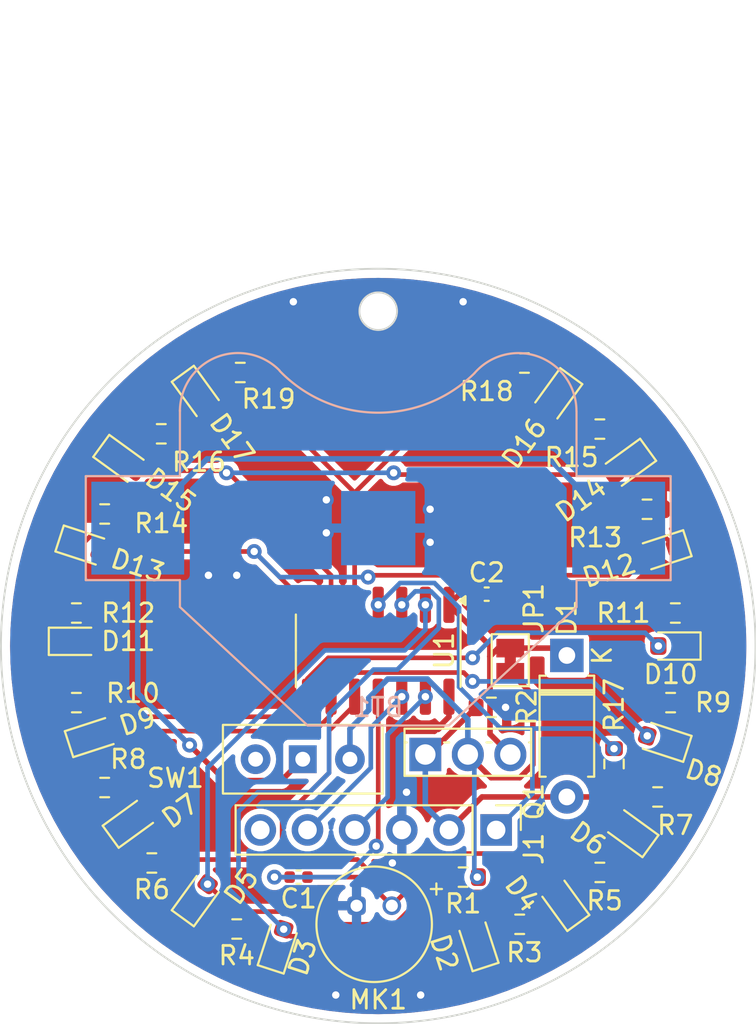
<source format=kicad_pcb>
(kicad_pcb (version 20221018) (generator pcbnew)
  (layers (0 "F.Cu" signal) (31 "B.Cu" signal) (34 "B.Paste" user) (35 "F.Paste" user) (36 "B.SilkS" user "B.Silkscreen") (37 "F.SilkS" user "F.Silkscreen") (38 "B.Mask" user) (39 "F.Mask" user) (44 "Edge.Cuts" user))
  (net 0 "")
  (net 1 "Net-(BT1-+)")
  (net 2 "GND")
  (net 3 "Net-(MK1-+)")
  (net 4 "/RA2")
  (net 5 "VCC")
  (net 6 "+5V")
  (net 7 "Net-(D2-K)")
  (net 8 "/RA4")
  (net 9 "Net-(D3-K)")
  (net 10 "Net-(D4-K)")
  (net 11 "/RA5")
  (net 12 "Net-(D5-K)")
  (net 13 "Net-(D6-K)")
  (net 14 "/RC0")
  (net 15 "Net-(D7-K)")
  (net 16 "Net-(D8-K)")
  (net 17 "/RC1")
  (net 18 "Net-(D9-K)")
  (net 19 "Net-(D10-K)")
  (net 20 "/RC2")
  (net 21 "Net-(D11-K)")
  (net 22 "Net-(D12-K)")
  (net 23 "/RC3")
  (net 24 "Net-(D13-K)")
  (net 25 "Net-(D14-K)")
  (net 26 "/RC4")
  (net 27 "Net-(D15-K)")
  (net 28 "Net-(D16-K)")
  (net 29 "/RC5")
  (net 30 "Net-(D17-K)")
  (net 31 "/~{CLR}")
  (net 32 "/PGD")
  (net 33 "/PGC")
  (net 35 "+3V0")
  (footprint "Resistor_SMD:R_0603_1608Metric" (layer "F.Cu") (at 134.874 80.01)
    (fp_text reference "R18" (at -2.032 1.524) (layer "F.SilkS"))
    (fp_text value "1k")
    (pad "1" smd roundrect (at -0.825 0) (size 0.8 0.95) (layers "F.Cu" "F.Paste" "F.Mask") (net 28 "Net-(D16-K)"))
    (pad "2" smd roundrect (at 0.825 0) (size 0.8 0.95) (layers "F.Cu" "F.Paste" "F.Mask") (net 2 "GND"))
  )
  (footprint "Connector_PinHeader_2.54mm:PinHeader_1x06_P2.54mm_Vertical" (layer "F.Cu") (at 133.35 105.156 -90)
    (fp_text reference "J1" (at 1.016 -2.032 -90) (layer "F.SilkS"))
    (fp_text value "Debug")
    (pad "1" thru_hole rect (at 0 0 270) (size 1.7 1.7) (drill 1) (layers "*.Cu" "*.Mask") (net 31 "/~{CLR}"))
    (pad "2" thru_hole oval (at 0 2.54 270) (size 1.7 1.7) (drill 1) (layers "*.Cu" "*.Mask") (net 6 "+5V"))
    (pad "3" thru_hole oval (at 0 5.08 270) (size 1.7 1.7) (drill 1) (layers "*.Cu" "*.Mask") (net 2 "GND"))
    (pad "4" thru_hole oval (at 0 7.62 270) (size 1.7 1.7) (drill 1) (layers "*.Cu" "*.Mask") (net 32 "/PGD"))
    (pad "5" thru_hole oval (at 0 10.16 270) (size 1.7 1.7) (drill 1) (layers "*.Cu" "*.Mask") (net 33 "/PGC"))
    (pad "6" thru_hole oval (at 0 12.7 270) (size 1.7 1.7) (drill 1) (layers "*.Cu" "*.Mask"))
  )
  (footprint "Resistor_SMD:R_0603_1608Metric" (layer "F.Cu") (at 134.62 110.236)
    (fp_text reference "R3" (at 0.254 1.524 180) (layer "F.SilkS"))
    (fp_text value "1k")
    (pad "1" smd roundrect (at -0.825 0) (size 0.8 0.95) (layers "F.Cu" "F.Paste" "F.Mask") (net 7 "Net-(D2-K)"))
    (pad "2" smd roundrect (at 0.825 0) (size 0.8 0.95) (layers "F.Cu" "F.Paste" "F.Mask") (net 2 "GND"))
  )
  (footprint "Diode_THT:D_A-405_P7.62mm_Horizontal" (layer "F.Cu") (at 137.16 95.758 -90)
    (fp_text reference "D1" (at -2.032 0 90) (layer "F.SilkS"))
    (fp_text value "D")
    (fp_text user "K" (at 0 -1.9 90) (layer "F.SilkS"))
    (pad "1" thru_hole rect (at 0 0 270) (size 1.8 1.8) (drill 0.9) (layers "*.Cu" "*.Mask") (net 5 "VCC"))
    (pad "2" thru_hole oval (at 7.62 0 270) (size 1.8 1.8) (drill 0.9) (layers "*.Cu" "*.Mask") (net 6 "+5V"))
  )
  (footprint "LED_SMD:LED_0603_1608Metric" (layer "F.Cu") (at 117.348 108.712 54)
    (fp_text reference "D5" (at 1.754658 1.550818 54) (layer "F.SilkS"))
    (fp_text value "LED")
    (pad "1" smd roundrect (at -0.7875 0 54) (size 0.875 0.95) (layers "F.Cu" "F.Paste" "F.Mask") (net 12 "Net-(D5-K)"))
    (pad "2" smd roundrect (at 0.7875 0 54) (size 0.875 0.95) (layers "F.Cu" "F.Paste" "F.Mask") (net 11 "/RA5"))
  )
  (footprint "LED_SMD:LED_0603_1608Metric" (layer "F.Cu") (at 142.24 90.17 -162)
    (fp_text reference "D12" (at 2.971213 -0.10288 18) (layer "F.SilkS"))
    (fp_text value "LED")
    (pad "1" smd roundrect (at -0.7875 0 198) (size 0.875 0.95) (layers "F.Cu" "F.Paste" "F.Mask") (net 22 "Net-(D12-K)"))
    (pad "2" smd roundrect (at 0.7875 0 198) (size 0.875 0.95) (layers "F.Cu" "F.Paste" "F.Mask") (net 23 "/RC3"))
  )
  (footprint "Resistor_SMD:R_0603_1608Metric" (layer "F.Cu") (at 119.38 110.49 180)
    (fp_text reference "R4" (at 0 -1.43) (layer "F.SilkS"))
    (fp_text value "1k")
    (pad "1" smd roundrect (at -0.825 0 180) (size 0.8 0.95) (layers "F.Cu" "F.Paste" "F.Mask") (net 9 "Net-(D3-K)"))
    (pad "2" smd roundrect (at 0.825 0 180) (size 0.8 0.95) (layers "F.Cu" "F.Paste" "F.Mask") (net 2 "GND"))
  )
  (footprint "LED_SMD:LED_0603_1608Metric" (layer "F.Cu") (at 142.875 95.25 180)
    (fp_text reference "D10" (at 0.127 -1.524) (layer "F.SilkS"))
    (fp_text value "LED")
    (pad "1" smd roundrect (at -0.7875 0 180) (size 0.875 0.95) (layers "F.Cu" "F.Paste" "F.Mask") (net 19 "Net-(D10-K)"))
    (pad "2" smd roundrect (at 0.7875 0 180) (size 0.875 0.95) (layers "F.Cu" "F.Paste" "F.Mask") (net 20 "/RC2"))
  )
  (footprint "LED_SMD:LED_0603_1608Metric" (layer "F.Cu") (at 132.323351 111.125 108)
    (fp_text reference "D2" (at -0.057779 -1.877076 108) (layer "F.SilkS"))
    (fp_text value "LED")
    (pad "1" smd roundrect (at -0.7875 0 108) (size 0.875 0.95) (layers "F.Cu" "F.Paste" "F.Mask") (net 7 "Net-(D2-K)"))
    (pad "2" smd roundrect (at 0.7875 0 108) (size 0.875 0.95) (layers "F.Cu" "F.Paste" "F.Mask") (net 8 "/RA4"))
  )
  (footprint "LED_SMD:LED_0603_1608Metric" (layer "F.Cu") (at 117.348 81.788 -54)
    (fp_text reference "D17" (at 2.894495 -0.094755 126) (layer "F.SilkS"))
    (fp_text value "LED")
    (pad "1" smd roundrect (at -0.7875 0 306) (size 0.875 0.95) (layers "F.Cu" "F.Paste" "F.Mask") (net 30 "Net-(D17-K)"))
    (pad "2" smd roundrect (at 0.7875 0 306) (size 0.875 0.95) (layers "F.Cu" "F.Paste" "F.Mask") (net 29 "/RC5"))
  )
  (footprint "Resistor_SMD:R_0603_1608Metric" (layer "F.Cu") (at 119.571 80.518 180)
    (fp_text reference "R19" (at -1.524 -1.43) (layer "F.SilkS"))
    (fp_text value "1k")
    (pad "1" smd roundrect (at -0.825 0 180) (size 0.8 0.95) (layers "F.Cu" "F.Paste" "F.Mask") (net 30 "Net-(D17-K)"))
    (pad "2" smd roundrect (at 0.825 0 180) (size 0.8 0.95) (layers "F.Cu" "F.Paste" "F.Mask") (net 2 "GND"))
  )
  (footprint "LED_SMD:LED_0603_1608Metric" (layer "F.Cu") (at 140.335 85.552881 -144)
    (fp_text reference "D14" (at 3.02376 -0.056608 36) (layer "F.SilkS"))
    (fp_text value "LED")
    (pad "1" smd roundrect (at -0.7875 0 216) (size 0.875 0.95) (layers "F.Cu" "F.Paste" "F.Mask") (net 25 "Net-(D14-K)"))
    (pad "2" smd roundrect (at 0.7875 0 216) (size 0.875 0.95) (layers "F.Cu" "F.Paste" "F.Mask") (net 26 "/RC4"))
  )
  (footprint "LED_SMD:LED_0603_1608Metric" (layer "F.Cu") (at 121.666 111.252 72)
    (fp_text reference "D3" (at -0.332253 1.443313 72) (layer "F.SilkS"))
    (fp_text value "LED")
    (pad "1" smd roundrect (at -0.7875 0 72) (size 0.875 0.95) (layers "F.Cu" "F.Paste" "F.Mask") (net 9 "Net-(D3-K)"))
    (pad "2" smd roundrect (at 0.7875 0 72) (size 0.875 0.95) (layers "F.Cu" "F.Paste" "F.Mask") (net 8 "/RA4"))
  )
  (footprint "Resistor_SMD:R_0603_1608Metric" (layer "F.Cu") (at 138.938 83.566)
    (fp_text reference "R15" (at -1.524 1.524) (layer "F.SilkS"))
    (fp_text value "1k")
    (pad "1" smd roundrect (at -0.825 0) (size 0.8 0.95) (layers "F.Cu" "F.Paste" "F.Mask") (net 25 "Net-(D14-K)"))
    (pad "2" smd roundrect (at 0.825 0) (size 0.8 0.95) (layers "F.Cu" "F.Paste" "F.Mask") (net 2 "GND"))
  )
  (footprint "LED_SMD:LED_0603_1608Metric" (layer "F.Cu") (at 142.24 100.33 162)
    (fp_text reference "D8" (at -2.723547 -0.984566 162) (layer "F.SilkS"))
    (fp_text value "LED")
    (pad "1" smd roundrect (at -0.7875 0 162) (size 0.875 0.95) (layers "F.Cu" "F.Paste" "F.Mask") (net 16 "Net-(D8-K)"))
    (pad "2" smd roundrect (at 0.7875 0 162) (size 0.875 0.95) (layers "F.Cu" "F.Paste" "F.Mask") (net 17 "/RC1"))
  )
  (footprint "LED_SMD:LED_0603_1608Metric" (layer "F.Cu") (at 110.744 94.996)
    (fp_text reference "D11" (at 2.794 0) (layer "F.SilkS"))
    (fp_text value "LED")
    (pad "1" smd roundrect (at -0.7875 0) (size 0.875 0.95) (layers "F.Cu" "F.Paste" "F.Mask") (net 21 "Net-(D11-K)"))
    (pad "2" smd roundrect (at 0.7875 0) (size 0.875 0.95) (layers "F.Cu" "F.Paste" "F.Mask") (net 20 "/RC2"))
  )
  (footprint "LED_SMD:LED_0603_1608Metric" (layer "F.Cu") (at 111.252 89.916 -18)
    (fp_text reference "D13" (at 2.971213 0.10288 162) (layer "F.SilkS"))
    (fp_text value "LED")
    (pad "1" smd roundrect (at -0.7875 0 342) (size 0.875 0.95) (layers "F.Cu" "F.Paste" "F.Mask") (net 24 "Net-(D13-K)"))
    (pad "2" smd roundrect (at 0.7875 0 342) (size 0.875 0.95) (layers "F.Cu" "F.Paste" "F.Mask") (net 23 "/RC3"))
  )
  (footprint "Resistor_SMD:R_0603_1608Metric" (layer "F.Cu") (at 142.049 103.378)
    (fp_text reference "R7" (at 0.953 1.524) (layer "F.SilkS"))
    (fp_text value "1k")
    (pad "1" smd roundrect (at -0.825 0) (size 0.8 0.95) (layers "F.Cu" "F.Paste" "F.Mask") (net 13 "Net-(D6-K)"))
    (pad "2" smd roundrect (at 0.825 0) (size 0.8 0.95) (layers "F.Cu" "F.Paste" "F.Mask") (net 2 "GND"))
  )
  (footprint "Sensor_Audio:POM-2244P-C3310-2-R" (layer "F.Cu") (at 125.8325 109.236)
    (fp_text reference "MK1" (at 1.1675 5.064) (layer "F.SilkS"))
    (fp_text value "ECM")
    (pad "1" thru_hole roundrect (at 0 0) (size 1 1) (drill 0.65) (layers "*.Cu" "*.Mask") (net 2 "GND"))
    (pad "2" thru_hole circle (at 1.9 0) (size 1 1) (drill 0.65) (layers "*.Cu" "*.Mask") (net 3 "Net-(MK1-+)"))
  )
  (footprint "LED_SMD:LED_0603_1608Metric" (layer "F.Cu") (at 136.525 81.915 -126)
    (fp_text reference "D16" (at 2.922591 -0.082639 54) (layer "F.SilkS"))
    (fp_text value "LED")
    (pad "1" smd roundrect (at -0.7875 0 234) (size 0.875 0.95) (layers "F.Cu" "F.Paste" "F.Mask") (net 28 "Net-(D16-K)"))
    (pad "2" smd roundrect (at 0.7875 0 234) (size 0.875 0.95) (layers "F.Cu" "F.Paste" "F.Mask") (net 29 "/RC5"))
  )
  (footprint "Button_Switch_THT:SW_Slide-03_Wuerth-WS-SLTV_10x2.5x6.4_P2.54mm" (layer "F.Cu") (at 122.936 101.346 180)
    (fp_text reference "SW1" (at 6.858 -1.016) (layer "F.SilkS"))
    (fp_text value "SW_SPST")
    (pad "1" thru_hole rect (at 0 0 180) (size 1.5 1.5) (drill 0.8) (layers "*.Cu" "*.Mask") (net 1 "Net-(BT1-+)"))
    (pad "2" thru_hole circle (at -2.54 0 180) (size 1.6 1.6) (drill 0.8) (layers "*.Cu" "*.Mask") (net 35 "+3V0"))
    (pad "3" thru_hole circle (at 2.54 0 180) (size 1.6 1.6) (drill 0.8) (layers "*.Cu" "*.Mask"))
  )
  (footprint "Capacitor_SMD:C_0402_1005Metric" (layer "F.Cu") (at 122.71 107.696 180)
    (fp_text reference "C1" (at 0 -1.16 180) (layer "F.SilkS"))
    (fp_text value "4.7u")
    (pad "1" smd roundrect (at -0.48 0 180) (size 0.56 0.62) (layers "F.Cu" "F.Paste" "F.Mask") (net 3 "Net-(MK1-+)"))
    (pad "2" smd roundrect (at 0.48 0 180) (size 0.56 0.62) (layers "F.Cu" "F.Paste" "F.Mask") (net 4 "/RA2"))
  )
  (footprint "Resistor_SMD:R_0603_1608Metric" (layer "F.Cu") (at 141.478 87.884)
    (fp_text reference "R13" (at -2.794 1.524) (layer "F.SilkS"))
    (fp_text value "1k")
    (pad "1" smd roundrect (at -0.825 0) (size 0.8 0.95) (layers "F.Cu" "F.Paste" "F.Mask") (net 22 "Net-(D12-K)"))
    (pad "2" smd roundrect (at 0.825 0) (size 0.8 0.95) (layers "F.Cu" "F.Paste" "F.Mask") (net 2 "GND"))
  )
  (footprint "Capacitor_SMD:C_0402_1005Metric" (layer "F.Cu") (at 132.842 92.456)
    (fp_text reference "C2" (at 0 -1.16) (layer "F.SilkS"))
    (fp_text value "104")
    (pad "1" smd roundrect (at -0.48 0) (size 0.56 0.62) (layers "F.Cu" "F.Paste" "F.Mask") (net 5 "VCC"))
    (pad "2" smd roundrect (at 0.48 0) (size 0.56 0.62) (layers "F.Cu" "F.Paste" "F.Mask") (net 2 "GND"))
  )
  (footprint "Resistor_SMD:R_0603_1608Metric" (layer "F.Cu") (at 110.744 98.298 180)
    (fp_text reference "R10" (at -3.048 0.508) (layer "F.SilkS"))
    (fp_text value "1k")
    (pad "1" smd roundrect (at -0.825 0 180) (size 0.8 0.95) (layers "F.Cu" "F.Paste" "F.Mask") (net 18 "Net-(D9-K)"))
    (pad "2" smd roundrect (at 0.825 0 180) (size 0.8 0.95) (layers "F.Cu" "F.Paste" "F.Mask") (net 2 "GND"))
  )
  (footprint "Jumper:SolderJumper-2_P1.3mm_Bridged_Pad1.0x1.5mm" (layer "F.Cu") (at 134.112 96.012 90)
    (fp_text reference "JP1" (at 2.794 1.27 90) (layer "F.SilkS"))
    (fp_text value "POW_{SEL}")
    (fp_poly (pts (xy -0.25 -0.3) (xy 0.25 -0.3) (xy 0.25 0.3) (xy -0.25 0.3)) (fill solid) (layer "F.Cu"))
    (pad "1" smd rect (at -0.65 0 90) (size 1 1.5) (layers "F.Cu" "F.Mask") (net 35 "+3V0"))
    (pad "2" smd rect (at 0.65 0 90) (size 1 1.5) (layers "F.Cu" "F.Mask") (net 5 "VCC"))
  )
  (footprint "Resistor_SMD:R_0603_1608Metric" (layer "F.Cu") (at 114.808 106.934 180)
    (fp_text reference "R6" (at 0 -1.43) (layer "F.SilkS"))
    (fp_text value "1k")
    (pad "1" smd roundrect (at -0.825 0 180) (size 0.8 0.95) (layers "F.Cu" "F.Paste" "F.Mask") (net 12 "Net-(D5-K)"))
    (pad "2" smd roundrect (at 0.825 0 180) (size 0.8 0.95) (layers "F.Cu" "F.Paste" "F.Mask") (net 2 "GND"))
  )
  (footprint "Resistor_SMD:R_0603_1608Metric" (layer "F.Cu") (at 112.268 88.138 180)
    (fp_text reference "R14" (at -3.048 -0.508) (layer "F.SilkS"))
    (fp_text value "1k")
    (pad "1" smd roundrect (at -0.825 0 180) (size 0.8 0.95) (layers "F.Cu" "F.Paste" "F.Mask") (net 24 "Net-(D13-K)"))
    (pad "2" smd roundrect (at 0.825 0 180) (size 0.8 0.95) (layers "F.Cu" "F.Paste" "F.Mask") (net 2 "GND"))
  )
  (footprint "Resistor_SMD:R_0603_1608Metric" (layer "F.Cu") (at 138.938 107.442)
    (fp_text reference "R5" (at 0.254 1.524 180) (layer "F.SilkS"))
    (fp_text value "1k")
    (pad "1" smd roundrect (at -0.825 0) (size 0.8 0.95) (layers "F.Cu" "F.Paste" "F.Mask") (net 10 "Net-(D4-K)"))
    (pad "2" smd roundrect (at 0.825 0) (size 0.8 0.95) (layers "F.Cu" "F.Paste" "F.Mask") (net 2 "GND"))
  )
  (footprint "LED_SMD:LED_0603_1608Metric" (layer "F.Cu") (at 140.462 105.156 144)
    (fp_text reference "D6" (at 1.474593 -1.643507 144) (layer "F.SilkS"))
    (fp_text value "LED")
    (pad "1" smd roundrect (at -0.7875 0 144) (size 0.875 0.95) (layers "F.Cu" "F.Paste" "F.Mask") (net 13 "Net-(D6-K)"))
    (pad "2" smd roundrect (at 0.7875 0 144) (size 0.875 0.95) (layers "F.Cu" "F.Paste" "F.Mask") (net 14 "/RC0"))
  )
  (footprint "Package_TO_SOT_THT:TO-251-3_Vertical" (layer "F.Cu") (at 129.536 101.092)
    (fp_text reference "Q1" (at 5.846 2.54 90) (layer "F.SilkS"))
    (fp_text value "Q_PMOS_GDS")
    (pad "1" thru_hole rect (at 0 0) (size 1.7175 1.8) (drill 1.1) (layers "*.Cu" "*.Mask") (net 6 "+5V"))
    (pad "2" thru_hole oval (at 2.29 0) (size 1.7175 1.8) (drill 1.1) (layers "*.Cu" "*.Mask") (net 35 "+3V0"))
    (pad "3" thru_hole oval (at 4.58 0) (size 1.7175 1.8) (drill 1.1) (layers "*.Cu" "*.Mask") (net 5 "VCC"))
  )
  (footprint "LED_SMD:LED_0603_1608Metric" (layer "F.Cu") (at 111.76 100.076 18)
    (fp_text reference "D9" (at 2.409586 -0.018292 18) (layer "F.SilkS"))
    (fp_text value "LED")
    (pad "1" smd roundrect (at -0.7875 0 18) (size 0.875 0.95) (layers "F.Cu" "F.Paste" "F.Mask") (net 18 "Net-(D9-K)"))
    (pad "2" smd roundrect (at 0.7875 0 18) (size 0.875 0.95) (layers "F.Cu" "F.Paste" "F.Mask") (net 17 "/RC1"))
  )
  (footprint "LED_SMD:LED_0603_1608Metric" (layer "F.Cu") (at 113.284 85.344 -36)
    (fp_text reference "D15" (at 2.950688 -0.260033 144) (layer "F.SilkS"))
    (fp_text value "LED")
    (pad "1" smd roundrect (at -0.7875 0 324) (size 0.875 0.95) (layers "F.Cu" "F.Paste" "F.Mask") (net 27 "Net-(D15-K)"))
    (pad "2" smd roundrect (at 0.7875 0 324) (size 0.875 0.95) (layers "F.Cu" "F.Paste" "F.Mask") (net 26 "/RC4"))
  )
  (footprint "LED_SMD:LED_0603_1608Metric" (layer "F.Cu") (at 113.792 104.648 36)
    (fp_text reference "D7" (at 2.353498 1.081994 36) (layer "F.SilkS"))
    (fp_text value "LED")
    (pad "1" smd roundrect (at -0.7875 0 36) (size 0.875 0.95) (layers "F.Cu" "F.Paste" "F.Mask") (net 15 "Net-(D7-K)"))
    (pad "2" smd roundrect (at 0.7875 0 36) (size 0.875 0.95) (layers "F.Cu" "F.Paste" "F.Mask") (net 14 "/RC0"))
  )
  (footprint "Resistor_SMD:R_0603_1608Metric" (layer "F.Cu") (at 142.748 98.298)
    (fp_text reference "R9" (at 2.286 0) (layer "F.SilkS"))
    (fp_text value "1k")
    (pad "1" smd roundrect (at -0.825 0) (size 0.8 0.95) (layers "F.Cu" "F.Paste" "F.Mask") (net 16 "Net-(D8-K)"))
    (pad "2" smd roundrect (at 0.825 0) (size 0.8 0.95) (layers "F.Cu" "F.Paste" "F.Mask") (net 2 "GND"))
  )
  (footprint "Resistor_SMD:R_0603_1608Metric" (layer "F.Cu") (at 110.744 93.472 180)
    (fp_text reference "R12" (at -2.794 0) (layer "F.SilkS"))
    (fp_text value "1k")
    (pad "1" smd roundrect (at -0.825 0 180) (size 0.8 0.95) (layers "F.Cu" "F.Paste" "F.Mask") (net 21 "Net-(D11-K)"))
    (pad "2" smd roundrect (at 0.825 0 180) (size 0.8 0.95) (layers "F.Cu" "F.Paste" "F.Mask") (net 2 "GND"))
  )
  (footprint "Resistor_SMD:R_0603_1608Metric" (layer "F.Cu") (at 115.316 83.82 180)
    (fp_text reference "R16" (at -2.032 -1.524) (layer "F.SilkS"))
    (fp_text value "1k")
    (pad "1" smd roundrect (at -0.825 0 180) (size 0.8 0.95) (layers "F.Cu" "F.Paste" "F.Mask") (net 27 "Net-(D15-K)"))
    (pad "2" smd roundrect (at 0.825 0 180) (size 0.8 0.95) (layers "F.Cu" "F.Paste" "F.Mask") (net 2 "GND"))
  )
  (footprint "LED_SMD:LED_0603_1608Metric" (layer "F.Cu") (at 136.906 108.966 126)
    (fp_text reference "D4" (at 1.577264 -1.522722 126) (layer "F.SilkS"))
    (fp_text value "LED")
    (pad "1" smd roundrect (at -0.7875 0 126) (size 0.875 0.95) (layers "F.Cu" "F.Paste" "F.Mask") (net 10 "Net-(D4-K)"))
    (pad "2" smd roundrect (at 0.7875 0 126) (size 0.875 0.95) (layers "F.Cu" "F.Paste" "F.Mask") (net 11 "/RA5"))
  )
  (footprint "Package_SO:SOIC-14_3.9x8.7mm_P1.27mm" (layer "F.Cu") (at 127 95.504 -90)
    (fp_text reference "U1" (at 0 -3.556 90) (layer "F.SilkS"))
    (fp_text value "PIC16F1503-ISL")
    (pad "1" smd roundrect (at -2.475 -3.81 270) (size 1.95 0.6) (layers "F.Cu" "F.Paste" "F.Mask") (net 5 "VCC"))
    (pad "2" smd roundrect (at -2.475 -2.54 270) (size 1.95 0.6) (layers "F.Cu" "F.Paste" "F.Mask") (net 11 "/RA5"))
    (pad "3" smd roundrect (at -2.475 -1.27 270) (size 1.95 0.6) (layers "F.Cu" "F.Paste" "F.Mask") (net 8 "/RA4"))
    (pad "4" smd roundrect (at -2.475 0 270) (size 1.95 0.6) (layers "F.Cu" "F.Paste" "F.Mask") (net 31 "/~{CLR}"))
    (pad "5" smd roundrect (at -2.475 1.27 270) (size 1.95 0.6) (layers "F.Cu" "F.Paste" "F.Mask") (net 29 "/RC5"))
    (pad "6" smd roundrect (at -2.475 2.54 270) (size 1.95 0.6) (layers "F.Cu" "F.Paste" "F.Mask") (net 26 "/RC4"))
    (pad "7" smd roundrect (at -2.475 3.81 270) (size 1.95 0.6) (layers "F.Cu" "F.Paste" "F.Mask") (net 23 "/RC3"))
    (pad "8" smd roundrect (at 2.475 3.81 270) (size 1.95 0.6) (layers "F.Cu" "F.Paste" "F.Mask") (net 20 "/RC2"))
    (pad "9" smd roundrect (at 2.475 2.54 270) (size 1.95 0.6) (layers "F.Cu" "F.Paste" "F.Mask") (net 17 "/RC1"))
    (pad "10" smd roundrect (at 2.475 1.27 270) (size 1.95 0.6) (layers "F.Cu" "F.Paste" "F.Mask") (net 14 "/RC0"))
    (pad "11" smd roundrect (at 2.475 0 270) (size 1.95 0.6) (layers "F.Cu" "F.Paste" "F.Mask") (net 4 "/RA2"))
    (pad "12" smd roundrect (at 2.475 -1.27 270) (size 1.95 0.6) (layers "F.Cu" "F.Paste" "F.Mask") (net 33 "/PGC"))
    (pad "13" smd roundrect (at 2.475 -2.54 270) (size 1.95 0.6) (layers "F.Cu" "F.Paste" "F.Mask") (net 32 "/PGD"))
    (pad "14" smd roundrect (at 2.475 -3.81 270) (size 1.95 0.6) (layers "F.Cu" "F.Paste" "F.Mask") (net 2 "GND"))
  )
  (footprint "Resistor_SMD:R_0603_1608Metric" (layer "F.Cu") (at 133.096 98.552)
    (fp_text reference "R2" (at 1.905 0 90) (layer "F.SilkS"))
    (fp_text value "100k")
    (pad "1" smd roundrect (at -0.825 0) (size 0.8 0.95) (layers "F.Cu" "F.Paste" "F.Mask") (net 6 "+5V"))
    (pad "2" smd roundrect (at 0.825 0) (size 0.8 0.95) (layers "F.Cu" "F.Paste" "F.Mask") (net 2 "GND"))
  )
  (footprint "Resistor_SMD:R_0603_1608Metric" (layer "F.Cu") (at 139.7 101.6 -90)
    (fp_text reference "R17" (at -3.175 0 90) (layer "F.SilkS"))
    (fp_text value "5k")
    (pad "1" smd roundrect (at -0.825 0 270) (size 0.8 0.95) (layers "F.Cu" "F.Paste" "F.Mask") (net 31 "/~{CLR}"))
    (pad "2" smd roundrect (at 0.825 0 270) (size 0.8 0.95) (layers "F.Cu" "F.Paste" "F.Mask") (net 6 "+5V"))
  )
  (footprint "Resistor_SMD:R_0603_1608Metric" (layer "F.Cu") (at 143.002 93.472)
    (fp_text reference "R11" (at -2.794 0) (layer "F.SilkS"))
    (fp_text value "1k")
    (pad "1" smd roundrect (at -0.825 0) (size 0.8 0.95) (layers "F.Cu" "F.Paste" "F.Mask") (net 19 "Net-(D10-K)"))
    (pad "2" smd roundrect (at 0.825 0) (size 0.8 0.95) (layers "F.Cu" "F.Paste" "F.Mask") (net 2 "GND"))
  )
  (footprint "Resistor_SMD:R_0603_1608Metric" (layer "F.Cu") (at 112.268 102.87 180)
    (fp_text reference "R8" (at -1.27 1.524) (layer "F.SilkS"))
    (fp_text value "1k")
    (pad "1" smd roundrect (at -0.825 0 180) (size 0.8 0.95) (layers "F.Cu" "F.Paste" "F.Mask") (net 15 "Net-(D7-K)"))
    (pad "2" smd roundrect (at 0.825 0 180) (size 0.8 0.95) (layers "F.Cu" "F.Paste" "F.Mask") (net 2 "GND"))
  )
  (footprint "Resistor_SMD:R_0603_1608Metric" (layer "F.Cu") (at 131.572 107.696 180)
    (fp_text reference "R1" (at 0 -1.43) (layer "F.SilkS"))
    (fp_text value "2.2k")
    (pad "1" smd roundrect (at -0.825 0 180) (size 0.8 0.95) (layers "F.Cu" "F.Paste" "F.Mask") (net 35 "+3V0"))
    (pad "2" smd roundrect (at 0.825 0 180) (size 0.8 0.95) (layers "F.Cu" "F.Paste" "F.Mask") (net 3 "Net-(MK1-+)"))
  )
  (footprint "Battery:BatteryHolder_Multicomp_BC-2001_1x2032" (layer "B.Cu") (at 127 88.9 180)
    (fp_text reference "BT1" (at 0 -9.652) (layer "B.SilkS") (effects (justify mirror)))
    (fp_text value "CoinBattery")
    (pad "1" smd rect (at -12.95 0 180) (size 5 5) (layers "B.Cu" "B.Paste" "B.Mask") (net 1 "Net-(BT1-+)"))
    (pad "1" smd rect (at 12.95 0 180) (size 5 5) (layers "B.Cu" "B.Paste" "B.Mask") (net 1 "Net-(BT1-+)"))
    (pad "2" smd rect (at 0 0 180) (size 4 4) (layers "B.Cu" "B.Paste" "B.Mask") (net 2 "GND"))
  )
  (gr_circle (center 127 95.25) (end 147.32 95.25) (stroke (width 0.1)) (fill none) (layer "Edge.Cuts"))
  (gr_circle (center 127 77.216) (end 128.016 77.216) (stroke (width 0.1)) (fill none) (layer "Edge.Cuts"))
  (segment (start 116.84 100.584) (end 118.752 102.496) (width 0.3) (layer "F.Cu") (net 1))
  (segment (start 121.786 102.496) (end 122.936 101.346) (width 0.3) (layer "F.Cu") (net 1))
  (segment (start 118.752 102.496) (end 121.786 102.496) (width 0.3) (layer "F.Cu") (net 1))
  (via (at 116.84 100.584) (size 0.8) (drill 0.4) (layers "F.Cu" "B.Cu") (net 1))
  (segment (start 136.220153 85.170153) (end 139.95 88.9) (width 0.3) (layer "B.Cu") (net 1))
  (segment (start 117.779847 85.170153) (end 136.220153 85.170153) (width 0.3) (layer "B.Cu") (net 1))
  (segment (start 122.936 101.092) (end 122.428 101.092) (width 0.3) (layer "B.Cu") (net 1))
  (segment (start 114.05 88.9) (end 117.779847 85.170153) (width 0.3) (layer "B.Cu") (net 1))
  (segment (start 114.05 97.794) (end 114.05 88.9) (width 0.3) (layer "B.Cu") (net 1))
  (segment (start 116.84 100.584) (end 114.05 97.794) (width 0.3) (layer "B.Cu") (net 1))
  (segment (start 130.028 99.842) (end 128.33125 99.842) (width 0.3) (layer "F.Cu") (net 2))
  (segment (start 130.81 97.979) (end 130.81 99.06) (width 0.3) (layer "F.Cu") (net 2))
  (segment (start 127.762 100.41125) (end 127.762 101.854) (width 0.3) (layer "F.Cu") (net 2))
  (segment (start 128.33125 99.842) (end 127.762 100.41125) (width 0.3) (layer "F.Cu") (net 2))
  (segment (start 130.81 99.06) (end 130.028 99.842) (width 0.3) (layer "F.Cu") (net 2))
  (via (at 124.714 114.046) (size 0.8) (drill 0.4) (layers "F.Cu" "B.Cu") (net 2))
  (via (at 119.38 91.44) (size 0.8) (drill 0.4) (layers "F.Cu" "B.Cu") (net 2))
  (via (at 133.858 98.552) (size 0.8) (drill 0.4) (layers "F.Cu" "B.Cu") (net 2))
  (via (at 129.286 114.046) (size 0.8) (drill 0.4) (layers "F.Cu" "B.Cu") (net 2))
  (via (at 129.794 89.662) (size 0.8) (drill 0.4) (layers "F.Cu" "B.Cu") (net 2))
  (via (at 124.206 89.154) (size 0.8) (drill 0.4) (layers "F.Cu" "B.Cu") (net 2))
  (via (at 117.856 91.44) (size 0.8) (drill 0.4) (layers "F.Cu" "B.Cu") (net 2))
  (via (at 127.762 106.934) (size 0.8) (drill 0.4) (layers "F.Cu" "B.Cu") (net 2))
  (via (at 128.524 103.124) (size 0.8) (drill 0.4) (layers "F.Cu" "B.Cu") (net 2))
  (via (at 131.572 76.708) (size 0.8) (drill 0.4) (layers "F.Cu" "B.Cu") (net 2))
  (via (at 129.794 87.884) (size 0.8) (drill 0.4) (layers "F.Cu" "B.Cu") (net 2))
  (via (at 124.206 87.376) (size 0.8) (drill 0.4) (layers "F.Cu" "B.Cu") (net 2))
  (via (at 122.428 76.708) (size 0.8) (drill 0.4) (layers "F.Cu" "B.Cu") (net 2))
  (segment (start 138.537661 98.552) (end 140.97 100.984339) (width 0.3) (layer "B.Cu") (net 2))
  (segment (start 133.858 98.552) (end 138.537661 98.552) (width 0.3) (layer "B.Cu") (net 2))
  (segment (start 140.97 100.984339) (end 140.97 101.092) (width 0.3) (layer "B.Cu") (net 2))
  (segment (start 140.97 101.092) (end 140.97 101.6) (width 0.3) (layer "B.Cu") (net 2))
  (segment (start 130.747 107.696) (end 129.2725 107.696) (width 0.25) (layer "F.Cu") (net 3))
  (segment (start 126.1925 107.696) (end 127.7325 109.236) (width 0.25) (layer "F.Cu") (net 3))
  (segment (start 129.2725 107.696) (end 127.7325 109.236) (width 0.25) (layer "F.Cu") (net 3))
  (segment (start 123.203 107.696) (end 126.1925 107.696) (width 0.25) (layer "F.Cu") (net 3))
  (segment (start 127 105.547701) (end 127 105.916004) (width 0.25) (layer "F.Cu") (net 4))
  (segment (start 122.23 107.696) (end 121.412 107.696) (width 0.25) (layer "F.Cu") (net 4))
  (segment (start 127 105.916004) (end 126.890002 106.026002) (width 0.25) (layer "F.Cu") (net 4))
  (segment (start 127 97.979) (end 127 105.547701) (width 0.25) (layer "F.Cu") (net 4))
  (via (at 121.412 107.696) (size 0.8) (drill 0.4) (layers "F.Cu" "B.Cu") (net 4))
  (via (at 126.890002 106.026002) (size 0.8) (drill 0.4) (layers "F.Cu" "B.Cu") (net 4))
  (segment (start 125.220004 107.696) (end 121.653 107.696) (width 0.25) (layer "B.Cu") (net 4))
  (segment (start 126.890002 106.026002) (end 125.220004 107.696) (width 0.25) (layer "B.Cu") (net 4))
  (segment (start 133.012 97.512) (end 133.012 95.812) (width 0.3) (layer "F.Cu") (net 5))
  (segment (start 134.112 95.362) (end 136.764 95.362) (width 0.3) (layer "F.Cu") (net 5))
  (segment (start 132.321 92.456) (end 131.383 92.456) (width 0.3) (layer "F.Cu") (net 5))
  (segment (start 131.383 92.456) (end 130.81 93.029) (width 0.3) (layer "F.Cu") (net 5))
  (segment (start 133.462 95.362) (end 134.112 95.362) (width 0.3) (layer "F.Cu") (net 5))
  (segment (start 133.021 99.993) (end 133.021 97.521) (width 0.3) (layer "F.Cu") (net 5))
  (segment (start 133.012 95.812) (end 133.012 95.231) (width 0.3) (layer "F.Cu") (net 5))
  (segment (start 134.12 101.092) (end 133.021 99.993) (width 0.3) (layer "F.Cu") (net 5))
  (segment (start 136.764 95.362) (end 137.16 95.758) (width 0.3) (layer "F.Cu") (net 5))
  (segment (start 133.021 97.521) (end 133.012 97.512) (width 0.3) (layer "F.Cu") (net 5))
  (segment (start 133.012 95.231) (end 130.81 93.029) (width 0.3) (layer "F.Cu") (net 5))
  (segment (start 133.012 95.812) (end 133.462 95.362) (width 0.3) (layer "F.Cu") (net 5))
  (segment (start 137.16 103.378) (end 132.588 103.378) (width 0.3) (layer "F.Cu") (net 6))
  (segment (start 129.536 101.092) (end 129.731 101.092) (width 0.3) (layer "F.Cu") (net 6))
  (segment (start 132.588 103.378) (end 130.81 105.156) (width 0.3) (layer "F.Cu") (net 6))
  (segment (start 138.747 103.378) (end 139.7 102.425) (width 0.3) (layer "F.Cu") (net 6))
  (segment (start 137.16 103.378) (end 138.747 103.378) (width 0.3) (layer "F.Cu") (net 6))
  (segment (start 129.731 101.092) (end 132.271 98.552) (width 0.3) (layer "F.Cu") (net 6))
  (segment (start 129.536 101.092) (end 129.536 103.882) (width 0.3) (layer "B.Cu") (net 6))
  (segment (start 129.536 103.882) (end 130.81 105.156) (width 0.3) (layer "B.Cu") (net 6))
  (segment (start 133.795 110.645659) (end 132.566702 111.873957) (width 0.25) (layer "F.Cu") (net 7))
  (segment (start 133.795 110.236) (end 133.795 110.645659) (width 0.25) (layer "F.Cu") (net 7))
  (segment (start 131.576286 110.879757) (end 132.08 110.376043) (width 0.25) (layer "F.Cu") (net 8))
  (segment (start 122.286065 110.879757) (end 131.576286 110.879757) (width 0.25) (layer "F.Cu") (net 8))
  (segment (start 121.909351 110.503043) (end 122.286065 110.879757) (width 0.25) (layer "F.Cu") (net 8))
  (via (at 121.909351 110.503043) (size 0.8) (drill 0.4) (layers "F.Cu" "B.Cu") (net 8))
  (via (at 128.27 93.029) (size 0.8) (drill 0.4) (layers "F.Cu" "B.Cu") (net 8))
  (segment (start 126.746 96.52) (end 124.351 98.915) (width 0.25) (layer "B.Cu") (net 8))
  (segment (start 120.512299 103.124) (end 119.475 104.161299) (width 0.25) (layer "B.Cu") (net 8))
  (segment (start 129.840305 92.304) (end 130.265 92.728695) (width 0.25) (layer "B.Cu") (net 8))
  (segment (start 119.475 108.068692) (end 121.909351 110.503043) (width 0.25) (layer "B.Cu") (net 8))
  (segment (start 124.351 98.915) (end 124.351 102.081) (width 0.25) (layer "B.Cu") (net 8))
  (segment (start 130.265 92.728695) (end 130.265 94.281701) (width 0.25) (layer "B.Cu") (net 8))
  (segment (start 130.265 94.281701) (end 128.026701 96.52) (width 0.25) (layer "B.Cu") (net 8))
  (segment (start 128.27 93.029) (end 128.995 92.304) (width 0.25) (layer "B.Cu") (net 8))
  (segment (start 119.475 104.161299) (end 119.475 108.068692) (width 0.25) (layer "B.Cu") (net 8))
  (segment (start 128.026701 96.52) (end 126.746 96.52) (width 0.25) (layer "B.Cu") (net 8))
  (segment (start 124.351 102.081) (end 123.308 103.124) (width 0.25) (layer "B.Cu") (net 8))
  (segment (start 123.308 103.124) (end 120.512299 103.124) (width 0.25) (layer "B.Cu") (net 8))
  (segment (start 128.995 92.304) (end 129.840305 92.304) (width 0.25) (layer "B.Cu") (net 8))
  (segment (start 120.205 110.783308) (end 121.422649 112.000957) (width 0.25) (layer "F.Cu") (net 9))
  (segment (start 120.205 110.49) (end 120.205 110.783308) (width 0.25) (layer "F.Cu") (net 9))
  (segment (start 138.113 107.442) (end 138.113 108.858982) (width 0.25) (layer "F.Cu") (net 10))
  (segment (start 138.113 108.858982) (end 137.368881 109.603101) (width 0.25) (layer "F.Cu") (net 10))
  (segment (start 127.899227 110.236) (end 123.444 110.236) (width 0.25) (layer "F.Cu") (net 11))
  (segment (start 129.639227 108.496) (end 127.899227 110.236) (width 0.25) (layer "F.Cu") (net 11))
  (segment (start 136.062119 107.947899) (end 135.514018 108.496) (width 0.25) (layer "F.Cu") (net 11))
  (segment (start 122.761 109.553) (end 119.288982 109.553) (width 0.25) (layer "F.Cu") (net 11))
  (segment (start 123.444 110.236) (end 122.761 109.553) (width 0.25) (layer "F.Cu") (net 11))
  (segment (start 135.514018 108.496) (end 129.639227 108.496) (width 0.25) (layer "F.Cu") (net 11))
  (segment (start 117.810881 108.074899) (end 119.288982 109.553) (width 0.25) (layer "F.Cu") (net 11))
  (via (at 117.810881 108.074899) (size 0.8) (drill 0.4) (layers "F.Cu" "B.Cu") (net 11))
  (via (at 129.54 93.029) (size 0.8) (drill 0.4) (layers "F.Cu" "B.Cu") (net 11))
  (segment (start 117.810881 101.793424) (end 117.810881 108.074899) (width 0.25) (layer "B.Cu") (net 11))
  (segment (start 128.428 95.482305) (end 124.122 95.482305) (width 0.25) (layer "B.Cu") (net 11))
  (segment (start 128.428 95.482305) (end 129.54 94.370305) (width 0.25) (layer "B.Cu") (net 11))
  (segment (start 124.122 95.482305) (end 117.810881 101.793424) (width 0.25) (layer "B.Cu") (net 11))
  (segment (start 129.54 94.370305) (end 129.54 93.029) (width 0.25) (layer "B.Cu") (net 11))
  (segment (start 115.633 108.096982) (end 116.885119 109.349101) (width 0.25) (layer "F.Cu") (net 12))
  (segment (start 115.633 106.934) (end 115.633 108.096982) (width 0.25) (layer "F.Cu") (net 12))
  (segment (start 141.224 103.378) (end 141.224 105.493982) (width 0.25) (layer "F.Cu") (net 13))
  (segment (start 141.224 105.493982) (end 141.099101 105.618881) (width 0.25) (layer "F.Cu") (net 13))
  (segment (start 124.351 102.081) (end 121.825 104.607) (width 0.25) (layer "F.Cu") (net 14))
  (segment (start 121.825 104.607) (end 121.825 105.830002) (width 0.25) (layer "F.Cu") (net 14))
  (segment (start 125.73 97.979) (end 125.73 98.425) (width 0.25) (layer "F.Cu") (net 14))
  (segment (start 138.092018 106.426) (end 139.824899 104.693119) (width 0.25) (layer "F.Cu") (net 14))
  (segment (start 116.669982 106.426) (end 114.429101 104.185119) (width 0.25) (layer "F.Cu") (net 14))
  (segment (start 125.883898 106.751002) (end 127.082896 107.95) (width 0.25) (layer "F.Cu") (net 14))
  (segment (start 116.994984 106.751002) (end 116.669982 106.426) (width 0.25) (layer "F.Cu") (net 14))
  (segment (start 125.73 98.425) (end 124.351 99.804) (width 0.25) (layer "F.Cu") (net 14))
  (segment (start 128.27 107.95) (end 129.794 106.426) (width 0.25) (layer "F.Cu") (net 14))
  (segment (start 120.904 106.751002) (end 125.883898 106.751002) (width 0.25) (layer "F.Cu") (net 14))
  (segment (start 129.794 106.426) (end 138.092018 106.426) (width 0.25) (layer "F.Cu") (net 14))
  (segment (start 127.082896 107.95) (end 128.27 107.95) (width 0.25) (layer "F.Cu") (net 14))
  (segment (start 120.904 106.751002) (end 116.994984 106.751002) (width 0.25) (layer "F.Cu") (net 14))
  (segment (start 121.825 105.830002) (end 120.904 106.751002) (width 0.25) (layer "F.Cu") (net 14))
  (segment (start 124.351 99.804) (end 124.351 102.081) (width 0.25) (layer "F.Cu") (net 14))
  (segment (start 113.093 105.048982) (end 113.154899 105.110881) (width 0.25) (layer "F.Cu") (net 15))
  (segment (start 113.093 102.87) (end 113.093 105.048982) (width 0.25) (layer "F.Cu") (net 15))
  (segment (start 142.988957 99.363957) (end 142.988957 100.573351) (width 0.25) (layer "F.Cu") (net 16))
  (segment (start 141.923 98.298) (end 142.988957 99.363957) (width 0.25) (layer "F.Cu") (net 16))
  (segment (start 124.46 97.004001) (end 124.785001 96.679) (width 0.25) (layer "F.Cu") (net 17))
  (segment (start 124.46 98.953999) (end 123.58135 99.832649) (width 0.25) (layer "F.Cu") (net 17))
  (segment (start 123.58135 99.832649) (end 112.508957 99.832649) (width 0.25) (layer "F.Cu") (net 17))
  (segment (start 131.604 96.679) (end 132.08 97.155) (width 0.25) (layer "F.Cu") (net 17))
  (segment (start 124.46 97.979) (end 124.46 97.004001) (width 0.25) (layer "F.Cu") (net 17))
  (segment (start 124.46 97.979) (end 124.46 98.953999) (width 0.25) (layer "F.Cu") (net 17))
  (segment (start 124.785001 96.679) (end 131.604 96.679) (width 0.25) (layer "F.Cu") (net 17))
  (via (at 141.491043 100.086649) (size 0.8) (drill 0.4) (layers "F.Cu" "B.Cu") (net 17))
  (via (at 132.08 97.155) (size 0.8) (drill 0.4) (layers "F.Cu" "B.Cu") (net 17))
  (segment (start 138.559394 97.155) (end 141.491043 100.086649) (width 0.25) (layer "B.Cu") (net 17))
  (segment (start 132.08 97.155) (end 138.559394 97.155) (width 0.25) (layer "B.Cu") (net 17))
  (segment (start 111.569 99.761394) (end 111.011043 100.319351) (width 0.25) (layer "F.Cu") (net 18))
  (segment (start 111.569 98.298) (end 111.569 99.761394) (width 0.25) (layer "F.Cu") (net 18))
  (segment (start 143.955 94.9575) (end 143.6625 95.25) (width 0.25) (layer "F.Cu") (net 19))
  (segment (start 142.177 93.472) (end 142.177 93.7645) (width 0.25) (layer "F.Cu") (net 19))
  (segment (start 142.177 93.7645) (end 143.6625 95.25) (width 0.25) (layer "F.Cu") (net 19))
  (segment (start 111.5315 96.9265) (end 111.5315 94.996) (width 0.25) (layer "F.Cu") (net 20))
  (segment (start 113.665 99.06) (end 111.5315 96.9265) (width 0.25) (layer "F.Cu") (net 20))
  (segment (start 123.19 97.979) (end 123.19 97.004001) (width 0.25) (layer "F.Cu") (net 20))
  (segment (start 124.309001 95.885) (end 132.08 95.885) (width 0.25) (layer "F.Cu") (net 20))
  (segment (start 123.19 97.979) (end 122.109 99.06) (width 0.25) (layer "F.Cu") (net 20))
  (segment (start 123.19 97.004001) (end 124.309001 95.885) (width 0.25) (layer "F.Cu") (net 20))
  (segment (start 122.109 99.06) (end 113.665 99.06) (width 0.25) (layer "F.Cu") (net 20))
  (via (at 132.08 95.885) (size 0.8) (drill 0.4) (layers "F.Cu" "B.Cu") (net 20))
  (via (at 142.0875 95.25) (size 0.8) (drill 0.4) (layers "F.Cu" "B.Cu") (net 20))
  (segment (start 141.3705 94.533) (end 142.0875 95.25) (width 0.25) (layer "B.Cu") (net 20))
  (segment (start 132.08 95.885) (end 133.432 94.533) (width 0.25) (layer "B.Cu") (net 20))
  (segment (start 133.432 94.533) (end 141.3705 94.533) (width 0.25) (layer "B.Cu") (net 20))
  (segment (start 109.854 94.8935) (end 109.9565 94.996) (width 0.25) (layer "F.Cu") (net 21))
  (segment (start 109.9565 94.996) (end 110.045 94.996) (width 0.25) (layer "F.Cu") (net 21))
  (segment (start 110.045 94.996) (end 111.569 93.472) (width 0.25) (layer "F.Cu") (net 21))
  (segment (start 142.988957 89.926649) (end 140.946308 87.884) (width 0.25) (layer "F.Cu") (net 22))
  (segment (start 140.946308 87.884) (end 140.653 87.884) (width 0.25) (layer "F.Cu") (net 22))
  (segment (start 141.491043 90.413351) (end 140.464394 91.44) (width 0.25) (layer "F.Cu") (net 23))
  (segment (start 123.19 93.029) (end 120.320351 90.159351) (width 0.25) (layer "F.Cu") (net 23))
  (segment (start 140.464394 91.44) (end 131.445 91.44) (width 0.25) (layer "F.Cu") (net 23))
  (segment (start 126.552347 91.44) (end 126.455 91.537347) (width 0.25) (layer "F.Cu") (net 23))
  (segment (start 120.320351 90.159351) (end 112.000957 90.159351) (width 0.25) (layer "F.Cu") (net 23))
  (segment (start 131.445 91.44) (end 126.552347 91.44) (width 0.25) (layer "F.Cu") (net 23))
  (via (at 120.320351 90.159351) (size 0.8) (drill 0.4) (layers "F.Cu" "B.Cu") (net 23))
  (via (at 126.455 91.537347) (size 0.8) (drill 0.4) (layers "F.Cu" "B.Cu") (net 23))
  (segment (start 121.698347 91.537347) (end 120.320351 90.159351) (width 0.25) (layer "B.Cu") (net 23))
  (segment (start 126.455 91.537347) (end 121.698347 91.537347) (width 0.25) (layer "B.Cu") (net 23))
  (segment (start 113.093 88.138) (end 112.693 88.138) (width 0.25) (layer "F.Cu") (net 24))
  (segment (start 111.158351 89.672649) (end 110.503043 89.672649) (width 0.25) (layer "F.Cu") (net 24))
  (segment (start 112.693 88.138) (end 111.158351 89.672649) (width 0.25) (layer "F.Cu") (net 24))
  (segment (start 138.113 83.566) (end 139.637 85.09) (width 0.25) (layer "F.Cu") (net 25))
  (segment (start 139.637 85.09) (end 140.972101 85.09) (width 0.25) (layer "F.Cu") (net 25))
  (segment (start 124.46 91.44) (end 124.46 93.029) (width 0.25) (layer "F.Cu") (net 26))
  (segment (start 139.697899 86.015762) (end 127.925762 86.015762) (width 0.25) (layer "F.Cu") (net 26))
  (segment (start 118.826881 85.806881) (end 123.619348 90.599348) (width 0.25) (layer "F.Cu") (net 26))
  (segment (start 123.619348 90.599348) (end 124.46 91.44) (width 0.25) (layer "F.Cu") (net 26))
  (segment (start 127.925762 86.015762) (end 127.830153 85.920153) (width 0.25) (layer "F.Cu") (net 26))
  (segment (start 118.21288 85.806881) (end 113.921101 85.806881) (width 0.25) (layer "F.Cu") (net 26))
  (segment (start 118.21288 85.806881) (end 118.826881 85.806881) (width 0.25) (layer "F.Cu") (net 26))
  (via (at 118.826881 85.920153) (size 0.8) (drill 0.4) (layers "F.Cu" "B.Cu") (net 26))
  (via (at 127.830153 85.920153) (size 0.8) (drill 0.4) (layers "F.Cu" "B.Cu") (net 26))
  (segment (start 127.830153 85.920153) (end 118.826881 85.920153) (width 0.25) (layer "B.Cu") (net 26))
  (segment (start 116.141 83.82) (end 115.067495 84.893505) (width 0.25) (layer "F.Cu") (net 27))
  (segment (start 112.659285 84.893505) (end 112.646899 84.881119) (width 0.25) (layer "F.Cu") (net 27))
  (segment (start 115.067495 84.893505) (end 112.659285 84.893505) (width 0.25) (layer "F.Cu") (net 27))
  (segment (start 135.316899 81.277899) (end 134.049 80.01) (width 0.25) (layer "F.Cu") (net 28))
  (segment (start 136.987881 81.277899) (end 135.316899 81.277899) (width 0.25) (layer "F.Cu") (net 28))
  (segment (start 125.73 86.995) (end 130.172899 82.552101) (width 0.25) (layer "F.Cu") (net 29))
  (segment (start 125.73 86.995) (end 121.160101 82.425101) (width 0.25) (layer "F.Cu") (net 29))
  (segment (start 125.73 93.029) (end 125.73 86.995) (width 0.25) (layer "F.Cu") (net 29))
  (segment (start 130.172899 82.552101) (end 136.062119 82.552101) (width 0.25) (layer "F.Cu") (net 29))
  (segment (start 121.160101 82.425101) (end 117.810881 82.425101) (width 0.25) (layer "F.Cu") (net 29))
  (segment (start 119.449886 81.464114) (end 120.396 80.518) (width 0.25) (layer "F.Cu") (net 30))
  (segment (start 117.198334 81.464114) (end 119.449886 81.464114) (width 0.25) (layer "F.Cu") (net 30))
  (segment (start 116.885119 81.150899) (end 117.198334 81.464114) (width 0.25) (layer "F.Cu") (net 30))
  (via (at 139.7 100.775) (size 0.8) (drill 0.4) (layers "F.Cu" "B.Cu") (net 31))
  (via (at 127 93.029) (size 0.8) (drill 0.4) (layers "F.Cu" "B.Cu") (net 31))
  (segment (start 133.35 105.156) (end 135.30375 103.20225) (width 0.25) (layer "B.Cu") (net 31))
  (segment (start 138.62 99.695) (end 139.7 100.775) (width 0.25) (layer "B.Cu") (net 31))
  (segment (start 135.30375 99.695) (end 133.594695 99.695) (width 0.25) (layer "B.Cu") (net 31))
  (segment (start 135.30375 99.695) (end 138.62 99.695) (width 0.25) (layer "B.Cu") (net 31))
  (segment (start 133.594695 99.695) (end 131.354351 97.454656) (width 0.25) (layer "B.Cu") (net 31))
  (segment (start 130.026701 91.854) (end 131.354351 93.181649) (width 0.25) (layer "B.Cu") (net 31))
  (segment (start 127 93.029) (end 128.175 91.854) (width 0.25) (layer "B.Cu") (net 31))
  (segment (start 131.354351 97.454656) (end 131.354351 93.181649) (width 0.25) (layer "B.Cu") (net 31))
  (segment (start 135.30375 103.20225) (end 135.30375 99.695) (width 0.25) (layer "B.Cu") (net 31))
  (segment (start 128.175 91.854) (end 130.026701 91.854) (width 0.25) (layer "B.Cu") (net 31))
  (via (at 129.54 97.979) (size 0.8) (drill 0.4) (layers "F.Cu" "B.Cu") (net 32))
  (segment (start 129.54 97.979) (end 127.508 100.011) (width 0.25) (layer "B.Cu") (net 32))
  (segment (start 127.508 103.378) (end 125.73 105.156) (width 0.25) (layer "B.Cu") (net 32))
  (segment (start 127.508 100.011) (end 127.508 103.378) (width 0.25) (layer "B.Cu") (net 32))
  (via (at 128.27 97.979) (size 0.8) (drill 0.4) (layers "F.Cu" "B.Cu") (net 33))
  (segment (start 123.19 104.648) (end 123.510991 104.648) (width 0.25) (layer "B.Cu") (net 33))
  (segment (start 126.601 99.648) (end 126.601 101.811991) (width 0.25) (layer "B.Cu") (net 33))
  (segment (start 126.601 101.811991) (end 123.256991 105.156) (width 0.25) (layer "B.Cu") (net 33))
  (segment (start 128.27 97.979) (end 126.601 99.648) (width 0.25) (layer "B.Cu") (net 33))
  (segment (start 123.256991 105.156) (end 123.19 105.156) (width 0.25) (layer "B.Cu") (net 33))
  (segment (start 134.620681 102.342) (end 133.076 102.342) (width 0.3) (layer "F.Cu") (net 35))
  (segment (start 135.32875 97.87875) (end 135.32875 101.633931) (width 0.3) (layer "F.Cu") (net 35))
  (segment (start 134.112 96.662) (end 135.32875 97.87875) (width 0.3) (layer "F.Cu") (net 35))
  (segment (start 133.076 102.342) (end 131.826 101.092) (width 0.3) (layer "F.Cu") (net 35))
  (segment (start 135.32875 101.633931) (end 134.620681 102.342) (width 0.3) (layer "F.Cu") (net 35))
  (via (at 132.334 107.696) (size 0.8) (drill 0.4) (layers "F.Cu" "B.Cu") (net 35))
  (segment (start 125.476 99.712339) (end 125.476 101.092) (width 0.3) (layer "B.Cu") (net 35))
  (segment (start 131.826 99.204339) (end 129.649661 97.028) (width 0.3) (layer "B.Cu") (net 35))
  (segment (start 132.334 107.696) (end 132.175 107.537) (width 0.25) (layer "B.Cu") (net 35))
  (segment (start 126.492 98.044) (end 126.492 98.696339) (width 0.3) (layer "B.Cu") (net 35))
  (segment (start 126.492 98.696339) (end 125.476 99.712339) (width 0.3) (layer "B.Cu") (net 35))
  (segment (start 127.508 97.028) (end 126.492 98.044) (width 0.3) (layer "B.Cu") (net 35))
  (segment (start 131.826 101.092) (end 131.826 99.204339) (width 0.3) (layer "B.Cu") (net 35))
  (segment (start 132.15 101.416) (end 131.826 101.092) (width 0.3) (layer "B.Cu") (net 35))
  (segment (start 129.649661 97.028) (end 127.508 97.028) (width 0.3) (layer "B.Cu") (net 35))
  (segment (start 132.175 101.441) (end 131.826 101.092) (width 0.25) (layer "B.Cu") (net 35))
  (segment (start 132.175 107.537) (end 132.175 101.441) (width 0.25) (layer "B.Cu") (net 35))
  (zone (net 2) (net_name "GND") (layers "F&B.Cu") (connect_pads (clearance 0.3)) (min_thickness 0.25) (fill yes (thermal_gap 0.5) (thermal_bridge_width 0.5))
    (polygon (pts (xy 146.826648 95.25) (xy 146.806684 94.360481) (xy 146.746832 93.472753) (xy 146.647212 92.588604) (xy 146.508026 91.709815) (xy 146.329553 90.838156) (xy 146.112152 89.975381) (xy 145.856263 89.123229) (xy 145.562399 88.283415) (xy 145.231153 87.457631) (xy 144.863193 86.64754) (xy 144.459258 85.854773) (xy 144.020162 85.080927) (xy 143.54679 84.327559) (xy 143.040095 83.596189) (xy 142.501098 82.888287) (xy 141.930883 82.20528) (xy 141.330599 81.548544) (xy 140.701456 80.919401) (xy 140.04472 80.319117) (xy 139.361713 79.748902) (xy 138.653811 79.209905) (xy 137.922441 78.70321) (xy 137.169073 78.229838) (xy 136.395227 77.790742) (xy 135.60246 77.386807) (xy 134.792369 77.018847) (xy 133.966585 76.687601) (xy 133.126771 76.393737) (xy 132.274619 76.137848) (xy 131.411844 75.920447) (xy 130.540185 75.741974) (xy 129.661396 75.602788) (xy 128.777247 75.503168) (xy 127.889519 75.443316) (xy 127 75.423352) (xy 126.110481 75.443316) (xy 125.222753 75.503168) (xy 124.338604 75.602788) (xy 123.459815 75.741974) (xy 122.588156 75.920447) (xy 121.725381 76.137848) (xy 120.873229 76.393737) (xy 120.033415 76.687601) (xy 119.207631 77.018847) (xy 118.39754 77.386807) (xy 117.604773 77.790742) (xy 116.830927 78.229838) (xy 116.077559 78.70321) (xy 115.346189 79.209905) (xy 114.638287 79.748902) (xy 113.95528 80.319117) (xy 113.298544 80.919401) (xy 112.669401 81.548544) (xy 112.069117 82.20528) (xy 111.498902 82.888287) (xy 110.959905 83.596189) (xy 110.45321 84.327559) (xy 109.979838 85.080927) (xy 109.540742 85.854773) (xy 109.136807 86.64754) (xy 108.768847 87.457631) (xy 108.437601 88.283415) (xy 108.143737 89.123229) (xy 107.887848 89.975381) (xy 107.670447 90.838156) (xy 107.491974 91.709815) (xy 107.352788 92.588604) (xy 107.253168 93.472753) (xy 107.193316 94.360481) (xy 107.173352 95.25) (xy 107.193316 96.139519) (xy 107.253168 97.027247) (xy 107.352788 97.911396) (xy 107.491974 98.790185) (xy 107.670447 99.661844) (xy 107.887848 100.524619) (xy 108.143737 101.376771) (xy 108.437601 102.216585) (xy 108.768847 103.042369) (xy 109.136807 103.85246) (xy 109.540742 104.645227) (xy 109.979838 105.419073) (xy 110.45321 106.172441) (xy 110.959905 106.903811) (xy 111.498902 107.611713) (xy 112.069117 108.29472) (xy 112.669401 108.951456) (xy 113.298544 109.580599) (xy 113.95528 110.180883) (xy 114.638287 110.751098) (xy 115.346189 111.290095) (xy 116.077559 111.79679) (xy 116.830927 112.270162) (xy 117.604773 112.709258) (xy 118.39754 113.113193) (xy 119.207631 113.481153) (xy 120.033415 113.812399) (xy 120.873229 114.106263) (xy 121.725381 114.362152) (xy 122.588156 114.579553) (xy 123.459815 114.758026) (xy 124.338604 114.897212) (xy 125.222753 114.996832) (xy 126.110481 115.056684) (xy 127 115.076648) (xy 127.889519 115.056684) (xy 128.777247 114.996832) (xy 129.661396 114.897212) (xy 130.540185 114.758026) (xy 131.411844 114.579553) (xy 132.274619 114.362152) (xy 133.126771 114.106263) (xy 133.966585 113.812399) (xy 134.792369 113.481153) (xy 135.60246 113.113193) (xy 136.395227 112.709258) (xy 137.169073 112.270162) (xy 137.922441 111.79679) (xy 138.653811 111.290095) (xy 139.361713 110.751098) (xy 140.04472 110.180883) (xy 140.701456 109.580599) (xy 141.330599 108.951456) (xy 141.930883 108.29472) (xy 142.501098 107.611713) (xy 143.040095 106.903811) (xy 143.54679 106.172441) (xy 144.020162 105.419073) (xy 144.459258 104.645227) (xy 144.863193 103.85246) (xy 145.231153 103.042369) (xy 145.562399 102.216585) (xy 145.856263 101.376771) (xy 146.112152 100.524619) (xy 146.329553 99.661844) (xy 146.508026 98.790185) (xy 146.647212 97.911396) (xy 146.746832 97.027247) (xy 146.806684 96.139519)))
  )
)
</source>
